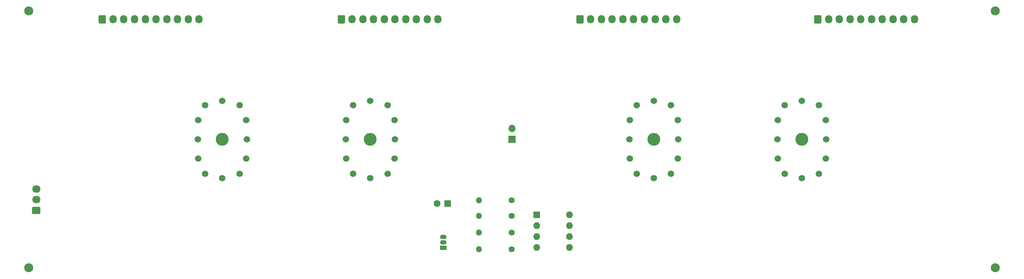
<source format=gbr>
%TF.GenerationSoftware,KiCad,Pcbnew,5.1.9+dfsg1-1+deb11u1*%
%TF.CreationDate,2023-02-08T14:45:02+08:00*%
%TF.ProjectId,IN12,494e3132-2e6b-4696-9361-645f70636258,v1.0*%
%TF.SameCoordinates,Original*%
%TF.FileFunction,Soldermask,Top*%
%TF.FilePolarity,Negative*%
%FSLAX46Y46*%
G04 Gerber Fmt 4.6, Leading zero omitted, Abs format (unit mm)*
G04 Created by KiCad (PCBNEW 5.1.9+dfsg1-1+deb11u1) date 2023-02-08 14:45:02*
%MOMM*%
%LPD*%
G01*
G04 APERTURE LIST*
%ADD10C,2.100000*%
%ADD11C,1.500000*%
%ADD12C,3.000000*%
%ADD13R,1.600000X1.600000*%
%ADD14O,1.600000X1.600000*%
%ADD15C,1.400000*%
%ADD16O,1.400000X1.400000*%
%ADD17R,1.500000X1.050000*%
%ADD18O,1.500000X1.050000*%
%ADD19O,1.700000X1.700000*%
%ADD20R,1.700000X1.700000*%
%ADD21O,1.950000X1.700000*%
%ADD22O,1.700000X1.950000*%
%ADD23C,1.600000*%
G04 APERTURE END LIST*
D10*
%TO.C,REF\u002A\u002A*%
X96900000Y-184350000D03*
%TD*%
%TO.C,REF\u002A\u002A*%
X321900000Y-184350000D03*
%TD*%
%TO.C,REF\u002A\u002A*%
X321900000Y-124400000D03*
%TD*%
%TO.C,REF\u002A\u002A*%
X96900000Y-124400000D03*
%TD*%
D11*
%TO.C,NX4*%
X272875000Y-162375000D03*
X276875000Y-163375000D03*
X280875000Y-162375000D03*
X282475000Y-158875000D03*
X282575000Y-154375000D03*
X282475000Y-149875000D03*
X280875000Y-146375000D03*
X276875000Y-145375000D03*
X272875000Y-146375000D03*
X271275000Y-149875000D03*
X271175000Y-154375000D03*
X271275000Y-158875000D03*
D12*
X276875000Y-154375000D03*
%TD*%
D11*
%TO.C,NX3*%
X238400000Y-162375000D03*
X242400000Y-163375000D03*
X246400000Y-162375000D03*
X248000000Y-158875000D03*
X248100000Y-154375000D03*
X248000000Y-149875000D03*
X246400000Y-146375000D03*
X242400000Y-145375000D03*
X238400000Y-146375000D03*
X236800000Y-149875000D03*
X236700000Y-154375000D03*
X236800000Y-158875000D03*
D12*
X242400000Y-154375000D03*
%TD*%
D11*
%TO.C,NX2*%
X172400000Y-162375000D03*
X176400000Y-163375000D03*
X180400000Y-162375000D03*
X182000000Y-158875000D03*
X182100000Y-154375000D03*
X182000000Y-149875000D03*
X180400000Y-146375000D03*
X176400000Y-145375000D03*
X172400000Y-146375000D03*
X170800000Y-149875000D03*
X170700000Y-154375000D03*
X170800000Y-158875000D03*
D12*
X176400000Y-154375000D03*
%TD*%
D11*
%TO.C,NX1*%
X137925000Y-162375000D03*
X141925000Y-163375000D03*
X145925000Y-162375000D03*
X147525000Y-158875000D03*
X147625000Y-154375000D03*
X147525000Y-149875000D03*
X145925000Y-146375000D03*
X141925000Y-145375000D03*
X137925000Y-146375000D03*
X136325000Y-149875000D03*
X136225000Y-154375000D03*
X136325000Y-158875000D03*
D12*
X141925000Y-154375000D03*
%TD*%
D13*
%TO.C,U1*%
X215100000Y-171950000D03*
D14*
X222720000Y-179570000D03*
X215100000Y-174490000D03*
X222720000Y-177030000D03*
X215100000Y-177030000D03*
X222720000Y-174490000D03*
X215100000Y-179570000D03*
X222720000Y-171950000D03*
%TD*%
D15*
%TO.C,R4*%
X209300000Y-168600000D03*
D16*
X201680000Y-168600000D03*
%TD*%
%TO.C,R3*%
X201680000Y-172250000D03*
D15*
X209300000Y-172250000D03*
%TD*%
D16*
%TO.C,R2*%
X201680000Y-176150000D03*
D15*
X209300000Y-176150000D03*
%TD*%
D16*
%TO.C,R1*%
X201650000Y-180050000D03*
D15*
X209270000Y-180050000D03*
%TD*%
D17*
%TO.C,Q1*%
X193350000Y-179700000D03*
D18*
X193350000Y-177160000D03*
X193350000Y-178430000D03*
%TD*%
D19*
%TO.C,NE1*%
X209400000Y-151835000D03*
D20*
X209400000Y-154375000D03*
%TD*%
D21*
%TO.C,J5*%
X98600000Y-165950000D03*
X98600000Y-168450000D03*
G36*
G01*
X99325000Y-171800000D02*
X97875000Y-171800000D01*
G75*
G02*
X97625000Y-171550000I0J250000D01*
G01*
X97625000Y-170350000D01*
G75*
G02*
X97875000Y-170100000I250000J0D01*
G01*
X99325000Y-170100000D01*
G75*
G02*
X99575000Y-170350000I0J-250000D01*
G01*
X99575000Y-171550000D01*
G75*
G02*
X99325000Y-171800000I-250000J0D01*
G01*
G37*
%TD*%
D22*
%TO.C,J4*%
X303100000Y-126350000D03*
X300600000Y-126350000D03*
X298100000Y-126350000D03*
X295600000Y-126350000D03*
X293100000Y-126350000D03*
X290600000Y-126350000D03*
X288100000Y-126350000D03*
X285600000Y-126350000D03*
X283100000Y-126350000D03*
G36*
G01*
X279750000Y-127075000D02*
X279750000Y-125625000D01*
G75*
G02*
X280000000Y-125375000I250000J0D01*
G01*
X281200000Y-125375000D01*
G75*
G02*
X281450000Y-125625000I0J-250000D01*
G01*
X281450000Y-127075000D01*
G75*
G02*
X281200000Y-127325000I-250000J0D01*
G01*
X280000000Y-127325000D01*
G75*
G02*
X279750000Y-127075000I0J250000D01*
G01*
G37*
%TD*%
%TO.C,J3*%
X247700000Y-126350000D03*
X245200000Y-126350000D03*
X242700000Y-126350000D03*
X240200000Y-126350000D03*
X237700000Y-126350000D03*
X235200000Y-126350000D03*
X232700000Y-126350000D03*
X230200000Y-126350000D03*
X227700000Y-126350000D03*
G36*
G01*
X224350000Y-127075000D02*
X224350000Y-125625000D01*
G75*
G02*
X224600000Y-125375000I250000J0D01*
G01*
X225800000Y-125375000D01*
G75*
G02*
X226050000Y-125625000I0J-250000D01*
G01*
X226050000Y-127075000D01*
G75*
G02*
X225800000Y-127325000I-250000J0D01*
G01*
X224600000Y-127325000D01*
G75*
G02*
X224350000Y-127075000I0J250000D01*
G01*
G37*
%TD*%
%TO.C,J2*%
X192150000Y-126350000D03*
X189650000Y-126350000D03*
X187150000Y-126350000D03*
X184650000Y-126350000D03*
X182150000Y-126350000D03*
X179650000Y-126350000D03*
X177150000Y-126350000D03*
X174650000Y-126350000D03*
X172150000Y-126350000D03*
G36*
G01*
X168800000Y-127075000D02*
X168800000Y-125625000D01*
G75*
G02*
X169050000Y-125375000I250000J0D01*
G01*
X170250000Y-125375000D01*
G75*
G02*
X170500000Y-125625000I0J-250000D01*
G01*
X170500000Y-127075000D01*
G75*
G02*
X170250000Y-127325000I-250000J0D01*
G01*
X169050000Y-127325000D01*
G75*
G02*
X168800000Y-127075000I0J250000D01*
G01*
G37*
%TD*%
%TO.C,J1*%
X136500000Y-126350000D03*
X134000000Y-126350000D03*
X131500000Y-126350000D03*
X129000000Y-126350000D03*
X126500000Y-126350000D03*
X124000000Y-126350000D03*
X121500000Y-126350000D03*
X119000000Y-126350000D03*
X116500000Y-126350000D03*
G36*
G01*
X113150000Y-127075000D02*
X113150000Y-125625000D01*
G75*
G02*
X113400000Y-125375000I250000J0D01*
G01*
X114600000Y-125375000D01*
G75*
G02*
X114850000Y-125625000I0J-250000D01*
G01*
X114850000Y-127075000D01*
G75*
G02*
X114600000Y-127325000I-250000J0D01*
G01*
X113400000Y-127325000D01*
G75*
G02*
X113150000Y-127075000I0J250000D01*
G01*
G37*
%TD*%
D23*
%TO.C,C1*%
X191900000Y-169350000D03*
D13*
X194400000Y-169350000D03*
%TD*%
M02*

</source>
